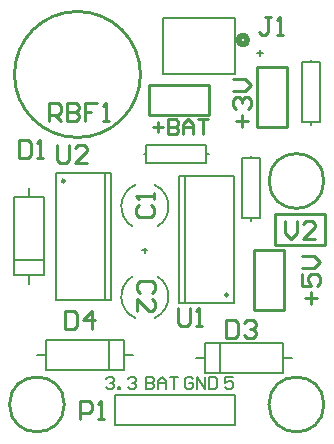
<source format=gbr>
%TF.GenerationSoftware,Altium Limited,Altium Designer,23.7.1 (13)*%
G04 Layer_Color=65535*
%FSLAX45Y45*%
%MOMM*%
%TF.SameCoordinates,8B45DB0F-F0D4-485E-9900-1B50B3984352*%
%TF.FilePolarity,Positive*%
%TF.FileFunction,Legend,Top*%
%TF.Part,Single*%
G01*
G75*
%TA.AperFunction,NonConductor*%
%ADD24C,0.50800*%
%ADD25C,0.20000*%
%ADD26C,0.25400*%
%ADD27C,0.25000*%
%ADD28C,0.15240*%
%ADD29C,0.12700*%
%ADD30C,0.16764*%
D24*
X4538040Y12433300D02*
G03*
X4538040Y12433300I-38100J0D01*
G01*
D25*
X3562799Y10430251D02*
G03*
X3587133Y10079711I107501J-168652D01*
G01*
X3753467D02*
G03*
X3777801Y10430251I-83167J181888D01*
G01*
X3777801Y10854949D02*
G03*
X3753467Y11205489I-107501J168652D01*
G01*
X3587133D02*
G03*
X3562799Y10854949I83167J-181888D01*
G01*
X3416300Y9174480D02*
Y9428480D01*
X4432300D01*
X3416300Y9174480D02*
X4432300D01*
Y9428480D01*
X4838700Y9613900D02*
Y9867900D01*
X4178300D02*
X4838700D01*
X4178300Y9613900D02*
Y9867900D01*
Y9613900D02*
X4838700D01*
X4305300D02*
Y9867900D01*
X4838700Y9740900D02*
X4914900D01*
X4102100D02*
X4178300D01*
X2832100Y9639300D02*
Y9893300D01*
Y9639300D02*
X3492500D01*
Y9893300D01*
X2832100D02*
X3492500D01*
X3365500Y9639300D02*
Y9893300D01*
X2755900Y9766300D02*
X2832100D01*
X3492500D02*
X3568700D01*
X4572000Y10922000D02*
X4648200D01*
Y11430000D01*
X4495800D02*
X4648200D01*
X4495800Y10922000D02*
Y11430000D01*
Y10922000D02*
X4572000D01*
Y11430000D02*
Y11452860D01*
Y10899140D02*
Y10922000D01*
X4191000Y11468100D02*
Y11544300D01*
X3683000D02*
X4191000D01*
X3683000Y11391900D02*
Y11544300D01*
Y11391900D02*
X4191000D01*
Y11468100D01*
X3660140D02*
X3683000D01*
X4191000D02*
X4213860D01*
X3956800Y11279200D02*
X4426800D01*
X3956800Y10209200D02*
X4426800D01*
Y11279200D01*
X3956800Y10209200D02*
Y11279200D01*
X4006800Y10209200D02*
Y11279200D01*
X2689700Y10363200D02*
Y10439400D01*
Y11099800D02*
Y11176000D01*
X2562700Y10566400D02*
X2816700D01*
Y10439400D02*
Y11099800D01*
X2562700Y10439400D02*
X2816700D01*
X2562700D02*
Y11099800D01*
X2816700D01*
X2913800Y10234600D02*
X3383800D01*
X2913800Y11304600D02*
X3383800D01*
X2913800Y10234600D02*
Y11304600D01*
X3383800Y10234600D02*
Y11304600D01*
X3333800Y10234600D02*
Y11304600D01*
X5003800Y12242800D02*
X5080000D01*
X5003800Y11734800D02*
Y12242800D01*
Y11734800D02*
X5156200D01*
Y12242800D01*
X5080000D02*
X5156200D01*
X5080000Y11711940D02*
Y11734800D01*
Y12242800D02*
Y12265660D01*
D26*
X2988310Y9347200D02*
G03*
X2988310Y9347200I-232410J0D01*
G01*
X5185410D02*
G03*
X5185410Y9347200I-232410J0D01*
G01*
Y11239500D02*
G03*
X5185410Y11239500I-232410J0D01*
G01*
X3632200Y12141200D02*
G03*
X3632200Y12141200I-533400J0D01*
G01*
X4775200Y10693400D02*
X5194300D01*
X4775200Y10960100D02*
X5194300D01*
Y10693400D02*
Y10960100D01*
X4775200Y10693400D02*
Y10960100D01*
X4597400Y10655300D02*
X4851400D01*
X4597400Y10147300D02*
X4851400D01*
X4597400D02*
Y10655300D01*
X4851400Y10147300D02*
Y10655300D01*
X4622800Y12204700D02*
X4876800D01*
X4622800Y11696700D02*
X4876800D01*
X4622800D02*
Y12204700D01*
X4876800Y11696700D02*
Y12204700D01*
X3708400Y11798300D02*
X4216400D01*
X3708400Y12052300D02*
X4216400D01*
X3708400Y11798300D02*
Y12052300D01*
X4216400Y11798300D02*
Y12052300D01*
X4853940Y10899091D02*
Y10797523D01*
X4904723Y10746740D01*
X4955507Y10797523D01*
Y10899091D01*
X5107858Y10746740D02*
X5006291D01*
X5107858Y10848307D01*
Y10873699D01*
X5082466Y10899091D01*
X5031683D01*
X5006291Y10873699D01*
X2997241Y10134575D02*
Y9982225D01*
X3073417D01*
X3098808Y10007617D01*
Y10109183D01*
X3073417Y10134575D01*
X2997241D01*
X3225767Y9982225D02*
Y10134575D01*
X3149592Y10058400D01*
X3251159D01*
X4356141Y10058375D02*
Y9906025D01*
X4432317D01*
X4457708Y9931417D01*
Y10032983D01*
X4432317Y10058375D01*
X4356141D01*
X4508492Y10032983D02*
X4533884Y10058375D01*
X4584667D01*
X4610059Y10032983D01*
Y10007592D01*
X4584667Y9982200D01*
X4559275D01*
X4584667D01*
X4610059Y9956808D01*
Y9931417D01*
X4584667Y9906025D01*
X4533884D01*
X4508492Y9931417D01*
X3124233Y9225305D02*
Y9377655D01*
X3200408D01*
X3225800Y9352263D01*
Y9301480D01*
X3200408Y9276088D01*
X3124233D01*
X3276584Y9225305D02*
X3327367D01*
X3301976D01*
Y9377655D01*
X3276584Y9352263D01*
X2928620Y11544251D02*
Y11417292D01*
X2954012Y11391900D01*
X3004795D01*
X3030187Y11417292D01*
Y11544251D01*
X3182538Y11391900D02*
X3080971D01*
X3182538Y11493467D01*
Y11518859D01*
X3157146Y11544251D01*
X3106363D01*
X3080971Y11518859D01*
X3949733Y10159975D02*
Y10033017D01*
X3975125Y10007625D01*
X4025908D01*
X4051300Y10033017D01*
Y10159975D01*
X4102084Y10007625D02*
X4152867D01*
X4127476D01*
Y10159975D01*
X4102084Y10134583D01*
X2855042Y11744985D02*
Y11897335D01*
X2931218D01*
X2956610Y11871943D01*
Y11821160D01*
X2931218Y11795768D01*
X2855042D01*
X2905826D02*
X2956610Y11744985D01*
X3007393Y11897335D02*
Y11744985D01*
X3083568D01*
X3108960Y11770377D01*
Y11795768D01*
X3083568Y11821160D01*
X3007393D01*
X3083568D01*
X3108960Y11846552D01*
Y11871943D01*
X3083568Y11897335D01*
X3007393D01*
X3261311D02*
X3159744D01*
Y11821160D01*
X3210527D01*
X3159744D01*
Y11744985D01*
X3312094D02*
X3362878D01*
X3337486D01*
Y11897335D01*
X3312094Y11871943D01*
X4737100Y12623775D02*
X4686317D01*
X4711708D01*
Y12496817D01*
X4686317Y12471425D01*
X4660925D01*
X4635533Y12496817D01*
X4787884Y12471425D02*
X4838667D01*
X4813276D01*
Y12623775D01*
X4787884Y12598383D01*
X4495800Y11696766D02*
Y11798333D01*
X4445016Y11747549D02*
X4546583D01*
X4445016Y11849116D02*
X4419624Y11874508D01*
Y11925292D01*
X4445016Y11950683D01*
X4470408D01*
X4495800Y11925292D01*
Y11899900D01*
Y11925292D01*
X4521192Y11950683D01*
X4546583D01*
X4571975Y11925292D01*
Y11874508D01*
X4546583Y11849116D01*
X4419624Y12001467D02*
X4521192D01*
X4571975Y12052250D01*
X4521192Y12103034D01*
X4419624D01*
X5080000Y10198166D02*
Y10299733D01*
X5029217Y10248949D02*
X5130783D01*
X5003825Y10452084D02*
Y10350517D01*
X5080000D01*
X5054608Y10401300D01*
Y10426692D01*
X5080000Y10452084D01*
X5130783D01*
X5156175Y10426692D01*
Y10375908D01*
X5130783Y10350517D01*
X5003825Y10502867D02*
X5105392D01*
X5156175Y10553651D01*
X5105392Y10604434D01*
X5003825D01*
X3742342Y11696700D02*
X3826981D01*
X3784662Y11739020D02*
Y11654380D01*
X3869301Y11760179D02*
Y11633221D01*
X3932780D01*
X3953940Y11654380D01*
Y11675540D01*
X3932780Y11696700D01*
X3869301D01*
X3932780D01*
X3953940Y11717860D01*
Y11739020D01*
X3932780Y11760179D01*
X3869301D01*
X3996260Y11633221D02*
Y11717860D01*
X4038579Y11760179D01*
X4080899Y11717860D01*
Y11633221D01*
Y11696700D01*
X3996260D01*
X4123219Y11760179D02*
X4207858D01*
X4165538D01*
Y11633221D01*
X2603533Y11582375D02*
Y11430025D01*
X2679708D01*
X2705100Y11455417D01*
Y11556983D01*
X2679708Y11582375D01*
X2603533D01*
X2755884Y11430025D02*
X2806667D01*
X2781276D01*
Y11582375D01*
X2755884Y11556983D01*
X3733783Y10286992D02*
X3759175Y10312383D01*
Y10363167D01*
X3733783Y10388559D01*
X3632217D01*
X3606825Y10363167D01*
Y10312383D01*
X3632217Y10286992D01*
X3606825Y10134641D02*
Y10236208D01*
X3708392Y10134641D01*
X3733783D01*
X3759175Y10160033D01*
Y10210816D01*
X3733783Y10236208D01*
X3619517Y11036300D02*
X3594125Y11010908D01*
Y10960125D01*
X3619517Y10934733D01*
X3721083D01*
X3746475Y10960125D01*
Y11010908D01*
X3721083Y11036300D01*
X3746475Y11087084D02*
Y11137867D01*
Y11112476D01*
X3594125D01*
X3619517Y11087084D01*
D27*
X4374300Y10274200D02*
G03*
X4374300Y10274200I-12500J0D01*
G01*
X2991300Y11239600D02*
G03*
X2991300Y11239600I-12500J0D01*
G01*
D28*
X3821760Y12141020D02*
X4436440D01*
Y12616000D01*
X3821760D02*
X4436440D01*
X3821760Y12141020D02*
Y12616000D01*
D29*
X4622800Y12318992D02*
X4673583D01*
X4648192Y12344383D02*
Y12293600D01*
X3649140Y10651060D02*
X3691460D01*
X3670300Y10672220D02*
Y10629900D01*
D30*
X4415355Y9579831D02*
X4347644D01*
Y9529047D01*
X4381500Y9545975D01*
X4398428D01*
X4415355Y9529047D01*
Y9495192D01*
X4398428Y9478264D01*
X4364572D01*
X4347644Y9495192D01*
X4079521Y9562903D02*
X4062593Y9579831D01*
X4028737D01*
X4011810Y9562903D01*
Y9495192D01*
X4028737Y9478264D01*
X4062593D01*
X4079521Y9495192D01*
Y9529047D01*
X4045665D01*
X4113377Y9478264D02*
Y9579831D01*
X4181088Y9478264D01*
Y9579831D01*
X4214944D02*
Y9478264D01*
X4265728D01*
X4282655Y9495192D01*
Y9562903D01*
X4265728Y9579831D01*
X4214944D01*
X3675975D02*
Y9478264D01*
X3726759D01*
X3743687Y9495192D01*
Y9512120D01*
X3726759Y9529047D01*
X3675975D01*
X3726759D01*
X3743687Y9545975D01*
Y9562903D01*
X3726759Y9579831D01*
X3675975D01*
X3777543Y9478264D02*
Y9545975D01*
X3811398Y9579831D01*
X3845254Y9545975D01*
Y9478264D01*
Y9529047D01*
X3777543D01*
X3879110Y9579831D02*
X3946821D01*
X3912966D01*
Y9478264D01*
X3340141Y9562903D02*
X3357069Y9579831D01*
X3390925D01*
X3407852Y9562903D01*
Y9545975D01*
X3390925Y9529047D01*
X3373997D01*
X3390925D01*
X3407852Y9512120D01*
Y9495192D01*
X3390925Y9478264D01*
X3357069D01*
X3340141Y9495192D01*
X3441708Y9478264D02*
Y9495192D01*
X3458636D01*
Y9478264D01*
X3441708D01*
X3526348Y9562903D02*
X3543276Y9579831D01*
X3577131D01*
X3594059Y9562903D01*
Y9545975D01*
X3577131Y9529047D01*
X3560203D01*
X3577131D01*
X3594059Y9512120D01*
Y9495192D01*
X3577131Y9478264D01*
X3543276D01*
X3526348Y9495192D01*
%TF.MD5,1cb46a666ad816d0864ca1d190e0783b*%
M02*

</source>
